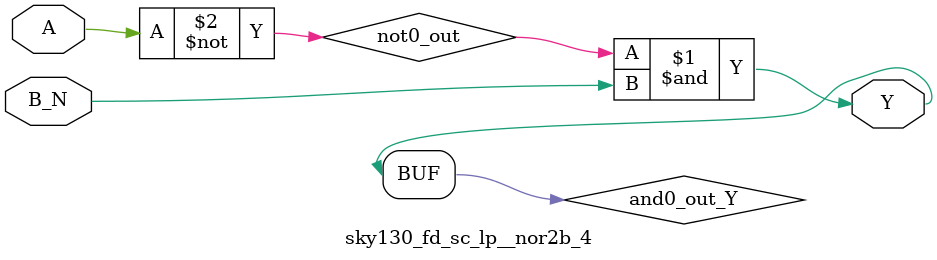
<source format=v>
/*
 * Copyright 2020 The SkyWater PDK Authors
 *
 * Licensed under the Apache License, Version 2.0 (the "License");
 * you may not use this file except in compliance with the License.
 * You may obtain a copy of the License at
 *
 *     https://www.apache.org/licenses/LICENSE-2.0
 *
 * Unless required by applicable law or agreed to in writing, software
 * distributed under the License is distributed on an "AS IS" BASIS,
 * WITHOUT WARRANTIES OR CONDITIONS OF ANY KIND, either express or implied.
 * See the License for the specific language governing permissions and
 * limitations under the License.
 *
 * SPDX-License-Identifier: Apache-2.0
*/


`ifndef SKY130_FD_SC_LP__NOR2B_4_FUNCTIONAL_V
`define SKY130_FD_SC_LP__NOR2B_4_FUNCTIONAL_V

/**
 * nor2b: 2-input NOR, first input inverted.
 *
 *        Y = !(A | B | C | !D)
 *
 * Verilog simulation functional model.
 */

`timescale 1ns / 1ps
`default_nettype none

`celldefine
module sky130_fd_sc_lp__nor2b_4 (
    Y  ,
    A  ,
    B_N
);

    // Module ports
    output Y  ;
    input  A  ;
    input  B_N;

    // Local signals
    wire not0_out  ;
    wire and0_out_Y;

    //  Name  Output      Other arguments
    not not0 (not0_out  , A              );
    and and0 (and0_out_Y, not0_out, B_N  );
    buf buf0 (Y         , and0_out_Y     );

endmodule
`endcelldefine

`default_nettype wire
`endif  // SKY130_FD_SC_LP__NOR2B_4_FUNCTIONAL_V

</source>
